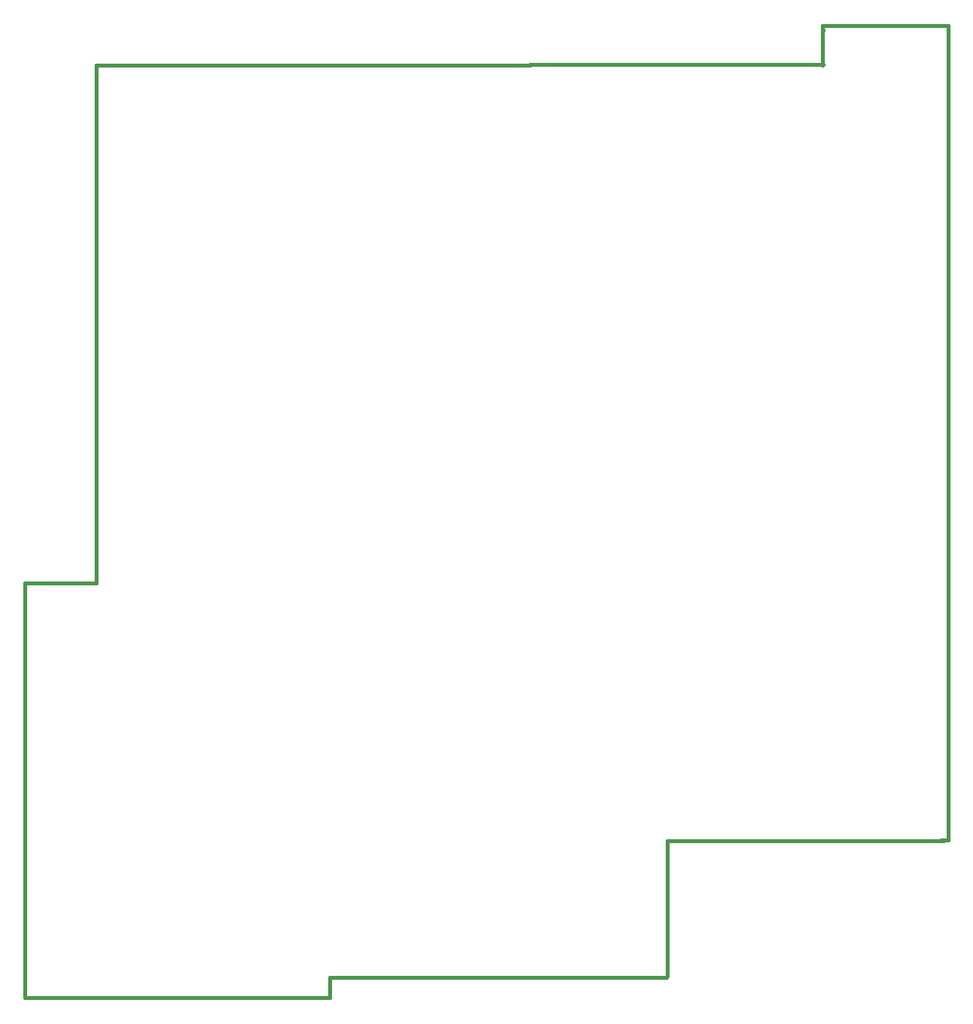
<source format=gbr>
G04 (created by PCBNEW (2013-05-18 BZR 4017)-stable) date Wed 25 Mar 2015 17:38:18 GMT*
%MOIN*%
G04 Gerber Fmt 3.4, Leading zero omitted, Abs format*
%FSLAX34Y34*%
G01*
G70*
G90*
G04 APERTURE LIST*
%ADD10C,0.00590551*%
%ADD11C,0.015*%
G04 APERTURE END LIST*
G54D10*
G54D11*
X65400Y-18700D02*
X65350Y-18700D01*
X65350Y-20200D02*
X65350Y-18700D01*
X52800Y-20150D02*
X65400Y-20150D01*
X58700Y-53500D02*
X58700Y-59300D01*
X70768Y-53445D02*
X70472Y-53445D01*
X70768Y-50689D02*
X70768Y-53445D01*
X65354Y-18504D02*
X65354Y-18701D01*
X70768Y-18504D02*
X65354Y-18504D01*
X70571Y-53489D02*
X58760Y-53489D01*
X70768Y-18504D02*
X70768Y-50689D01*
X31102Y-60236D02*
X31201Y-60236D01*
X31102Y-42421D02*
X31102Y-60236D01*
X31102Y-60236D02*
X31201Y-60236D01*
X31398Y-60236D02*
X31102Y-60236D01*
X34154Y-42421D02*
X31102Y-42421D01*
X34154Y-20177D02*
X34154Y-42421D01*
X52806Y-20177D02*
X34204Y-20177D01*
X44193Y-59350D02*
X58661Y-59350D01*
X44193Y-60236D02*
X44193Y-59350D01*
X31299Y-60236D02*
X44193Y-60236D01*
M02*

</source>
